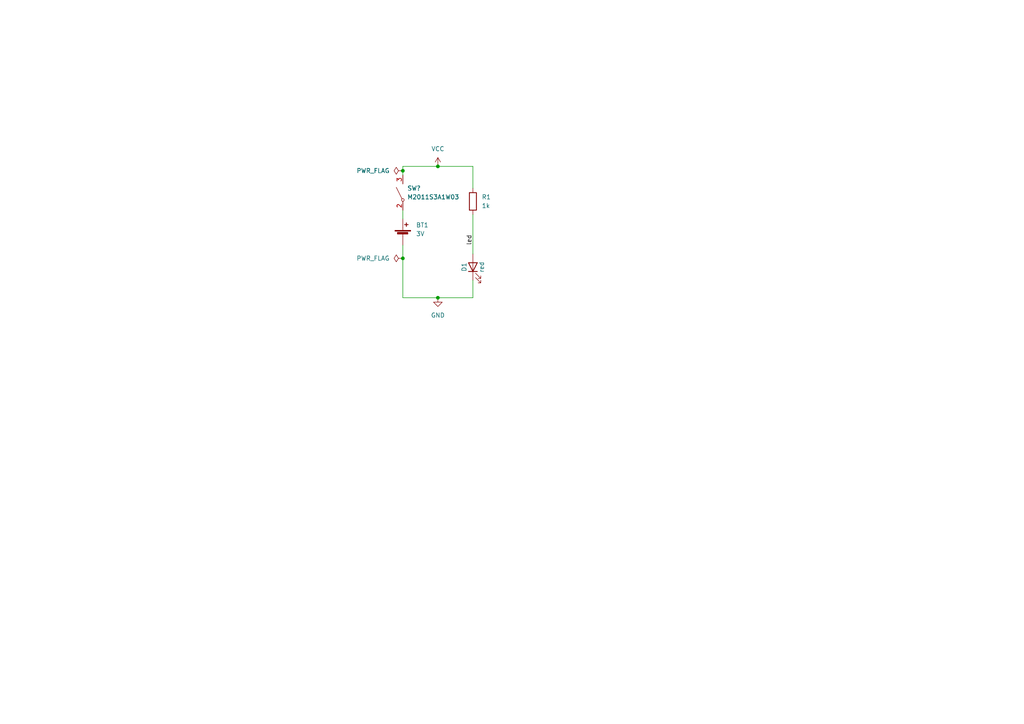
<source format=kicad_sch>
(kicad_sch (version 20211123) (generator eeschema)
  (paper "A4")
  (title_block (title "Getting Started in KiCad 6.0") (date "2023-04-23") (rev "0"))
  (lib_symbols
    (symbol "Device:Battery_Cell" (pin_numbers hide) (pin_names (offset 0) hide)
      (property "Reference" "BT" (at 2.54 2.54 0))
      (property "Value" "Battery_Cell" (at 2.54 0 0))
      (symbol "Battery_Cell_0_1"
        (rectangle (start -2.286 1.778) (end 2.286 1.524) (fill (type outline)))
        (rectangle (start -1.5748 1.1938) (end 1.4732 0.6858) (fill (type outline)))
        (polyline (pts (xy 0 0.762) (xy 0 0)))
        (polyline (pts (xy 0 1.778) (xy 0 2.54)))
        (polyline (pts (xy 0.508 3.429) (xy 1.524 3.429)) (stroke (width 0.254)))
        (polyline (pts (xy 1.016 3.937) (xy 1.016 2.921)) (stroke (width 0.254)))
      )
      (symbol "Battery_Cell_1_1"
        (pin passive line (at 0 5.08 270) (length 2.54) (name "+") (number "1"))
        (pin passive line (at 0 -2.54 90) (length 2.54) (name "-") (number "2"))
      )
    )
    (symbol "Device:LED" (pin_numbers hide) (pin_names (offset 1.016) hide)
      (property "Reference" "D" (at 0 2.54 0))
      (property "Value" "LED" (at 0 -2.54 0))
      (symbol "LED_0_1"
        (polyline (pts (xy -1.27 -1.27) (xy -1.27 1.27)) (stroke (width 0.254)))
        (polyline (pts (xy -1.27 0) (xy 1.27 0)))
        (polyline (pts (xy 1.27 -1.27) (xy 1.27 1.27) (xy -1.27 0) (xy 1.27 -1.27)) (stroke (width 0.254)))
        (polyline (pts (xy -3.048 -0.762) (xy -4.572 -2.286) (xy -3.81 -2.286) (xy -4.572 -2.286) (xy -4.572 -1.524)))
        (polyline (pts (xy -1.778 -0.762) (xy -3.302 -2.286) (xy -2.54 -2.286) (xy -3.302 -2.286) (xy -3.302 -1.524)))
      )
      (symbol "LED_1_1"
        (pin passive line (at -3.81 0 0) (length 2.54) (name "K") (number "1"))
        (pin passive line (at 3.81 0 180) (length 2.54) (name "A") (number "2"))
      )
    )
    (symbol "Device:R" (pin_numbers hide) (pin_names (offset 0))
      (property "Reference" "R" (at 2.032 0 90))
      (property "Value" "R" (at 0 0 90))
      (symbol "R_0_1"
        (rectangle (start -1.016 -2.54) (end 1.016 2.54) (stroke (width 0.254)))
      )
      (symbol "R_1_1"
        (pin passive line (at 0 3.81 270) (length 1.27) (name "~") (number "1"))
        (pin passive line (at 0 -3.81 90) (length 1.27) (name "~") (number "2"))
      )
    )
    (symbol "getting-started:M2011S3A1W03" (pin_names hide)
      (property "Reference" "SW" (at 0 5.08 0))
      (property "Value" "M2011S3A1W03" (at 0 -3.81 0))
      (symbol "M2011S3A1W03_0_1"
        (circle (center -2.1082 0) (radius 0.3869))
        (polyline (pts (xy -1.8288 0.2286) (xy 1.5494 1.905)))
      )
      (symbol "M2011S3A1W03_1_1"
        (pin passive line (at -5.08 0 0) (length 2.54) (name "A") (number "2"))
        (pin passive line (at 5.08 0 180) (length 2.54) (name "B") (number "3"))
      )
    )
    (symbol "power:GND" (power) (pin_names (offset 0))
      (property "Value" "GND" (at 0 -3.81 0))
      (symbol "GND_0_1"
        (polyline (pts (xy 0 0) (xy 0 -1.27) (xy 1.27 -1.27) (xy 0 -2.54) (xy -1.27 -1.27) (xy 0 -1.27)))
      )
      (symbol "GND_1_1"
        (pin power_in line (at 0 0 270) (length 0) hide (name "GND") (number "1"))
      )
    )
    (symbol "power:PWR_FLAG" (power) (pin_numbers hide) (pin_names (offset 0) hide)
      (property "Value" "PWR_FLAG" (at 0 3.81 0))
      (symbol "PWR_FLAG_0_0"
        (pin power_out line (at 0 0 90) (length 0) (name "pwr") (number "1"))
      )
      (symbol "PWR_FLAG_0_1"
        (polyline (pts (xy 0 0) (xy 0 1.27) (xy -1.016 1.905) (xy 0 2.54) (xy 1.016 1.905) (xy 0 1.27)))
      )
    )
    (symbol "power:VCC" (power) (pin_names (offset 0))
      (property "Value" "VCC" (at 0 3.81 0))
      (symbol "VCC_0_1"
        (polyline (pts (xy -0.762 1.27) (xy 0 2.54)))
        (polyline (pts (xy 0 0) (xy 0 2.54)))
        (polyline (pts (xy 0 2.54) (xy 0.762 1.27)))
      )
      (symbol "VCC_1_1"
        (pin power_in line (at 0 0 90) (length 0) hide (name "VCC") (number "1"))
      )
    )
  )
  (junction (at 127 48.26))
  (junction (at 116.84 74.93))
  (junction (at 127 86.36))
  (junction (at 116.84 49.53))
  (wire (pts (xy 137.16 62.23) (xy 137.16 73.66)))
  (wire (pts (xy 116.84 60.96) (xy 116.84 63.5)))
  (wire (pts (xy 137.16 48.26) (xy 137.16 54.61)))
  (wire (pts (xy 127 86.36) (xy 137.16 86.36)))
  (wire (pts (xy 127 48.26) (xy 137.16 48.26)))
  (wire (pts (xy 116.84 71.12) (xy 116.84 74.93)))
  (wire (pts (xy 116.84 86.36) (xy 127 86.36)))
  (wire (pts (xy 116.84 48.26) (xy 127 48.26)))
  (wire (pts (xy 116.84 74.93) (xy 116.84 86.36)))
  (wire (pts (xy 137.16 86.36) (xy 137.16 81.28)))
  (wire (pts (xy 116.84 49.53) (xy 116.84 48.26)))
  (wire (pts (xy 116.84 50.8) (xy 116.84 49.53)))
  (label "led" (at 137.16 71.12 90))
  (symbol (lib_id "power:PWR_FLAG") (at 116.84 49.53 90) (unit 1)
    (property "Reference" "#FLG?" (effects hide))
    (property "Value" "PWR_FLAG" (at 113.03 49.5299 90) (effects (justify left)))
  )
  (symbol (lib_id "power:VCC") (at 127 48.26 0) (unit 1)
    (property "Reference" "#PWR01" (effects hide))
    (property "Value" "VCC" (at 127 43.18 0))
  )
  (symbol (lib_id "Device:Battery_Cell") (at 116.84 68.58 0) (unit 1)
    (property "Reference" "BT1" (at 120.65 65.2779 0) (effects (justify left)))
    (property "Value" "3V" (at 120.65 67.8179 0) (effects (justify left)))
    (property "Footprint" "Battery:BatteryHolder_Keystone_1058_1x2032" (effects hide))
  )
  (symbol (lib_id "power:GND") (at 127 86.36 0) (unit 1)
    (property "Reference" "#PWR02" (effects hide))
    (property "Value" "GND" (at 127 91.44 0))
  )
  (symbol (lib_id "getting-started:M2011S3A1W03") (at 116.84 55.88 90) (unit 1)
    (property "Reference" "SW?" (at 118.11 54.6099 90) (effects (justify right)))
    (property "Value" "M2011S3A1W03" (at 118.11 57.1499 90) (effects (justify right)))
    (property "Footprint" "getting_started:Switch_Toggle_SPST_NKK_M2011S3A1x03" (effects hide))
  )
  (symbol (lib_id "power:PWR_FLAG") (at 116.84 74.93 90) (unit 1)
    (property "Reference" "#FLG0102" (effects hide))
    (property "Value" "PWR_FLAG" (at 113.03 74.9299 90) (effects (justify left)))
  )
  (symbol (lib_id "Device:LED") (at 137.16 77.47 90) (unit 1)
    (property "Reference" "D1" (at 134.62 77.47 0))
    (property "Value" "red" (at 139.7 77.47 0))
    (property "Footprint" "LED_THT:LED_D5.0mm" (effects hide))
  )
  (symbol (lib_id "Device:R") (at 137.16 58.42 0) (unit 1)
    (property "Reference" "R1" (at 139.7 57.1499 0) (effects (justify left)))
    (property "Value" "1k" (at 139.7 59.6899 0) (effects (justify left)))
    (property "Footprint" "Resistor_THT:R_Axial_DIN0309_L9.0mm_D3.2mm_P12.70mm_Horizontal" (effects hide))
  )
)
</source>
